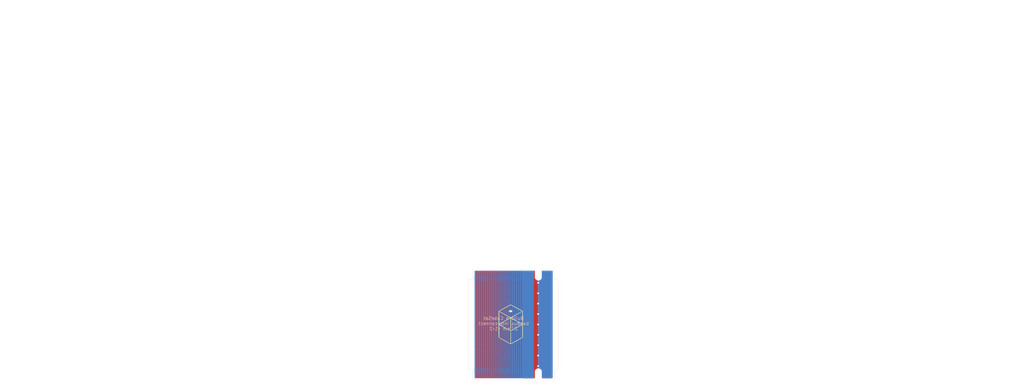
<source format=kicad_pcb>
(kicad_pcb (version 20240108) (generator "pcbnew") (generator_version "8.0")
  (title_block (title "bac bacBus Interconnect 27mm v1") (date "2024-10-06") (rev "2") (company "Build a CubeSat") (comment 1 "Manuel Imboden") (comment 2 "CC BY-SA 4.0") (comment 3 "https://buildacubesat.space") (comment 4 "27mm"))
  (layers (0 "F.Cu" signal) (31 "B.Cu" signal) (34 "B.Paste" user) (35 "F.Paste" user) (36 "B.SilkS" user "B.Silkscreen") (37 "F.SilkS" user "F.Silkscreen") (38 "B.Mask" user) (39 "F.Mask" user) (44 "Edge.Cuts" user))
  (net 0 "")
  (net 1 "GND")
  (net 2 "Net-(J1-Pin_41)")
  (net 3 "Net-(J1-Pin_29)")
  (net 4 "Net-(J1-Pin_37)")
  (net 5 "Net-(J1-Pin_43)")
  (net 6 "Net-(J1-Pin_42)")
  (net 7 "Net-(J1-Pin_31)")
  (net 8 "/+5V")
  (net 9 "Net-(J1-Pin_10)")
  (net 10 "/+3V3")
  (net 11 "Net-(J1-Pin_25)")
  (net 12 "Net-(J1-Pin_9)")
  (net 13 "Net-(J1-Pin_8)")
  (net 14 "Net-(J1-Pin_16)")
  (net 15 "Net-(J1-Pin_15)")
  (net 16 "Net-(J1-Pin_4)")
  (net 17 "Net-(J1-Pin_36)")
  (net 18 "Net-(J1-Pin_35)")
  (net 19 "Net-(J1-Pin_17)")
  (net 20 "Net-(J1-Pin_33)")
  (net 21 "Net-(J1-Pin_7)")
  (net 22 "Net-(J1-Pin_34)")
  (net 23 "Net-(J1-Pin_22)")
  (net 24 "Net-(J1-Pin_44)")
  (net 25 "Net-(J1-Pin_12)")
  (net 26 "Net-(J1-Pin_24)")
  (net 27 "Net-(J1-Pin_2)")
  (net 28 "Net-(J1-Pin_23)")
  (net 29 "Net-(J1-Pin_21)")
  (net 30 "Net-(J1-Pin_28)")
  (net 31 "Net-(J1-Pin_27)")
  (net 32 "Net-(J1-Pin_39)")
  (net 33 "Net-(J1-Pin_6)")
  (net 34 "Net-(J1-Pin_19)")
  (net 35 "Net-(J1-Pin_5)")
  (net 36 "Net-(J1-Pin_14)")
  (net 37 "Net-(J1-Pin_45)")
  (net 38 "Net-(J1-Pin_32)")
  (net 39 "Net-(J1-Pin_1)")
  (net 40 "Net-(J1-Pin_46)")
  (net 41 "Net-(J1-Pin_11)")
  (net 42 "Net-(J1-Pin_18)")
  (net 43 "Net-(J1-Pin_20)")
  (net 44 "Net-(J1-Pin_30)")
  (net 45 "Net-(J1-Pin_3)")
  (net 46 "Net-(J1-Pin_26)")
  (net 47 "Net-(J1-Pin_40)")
  (net 48 "Net-(J1-Pin_38)")
  (net 49 "Net-(J1-Pin_13)")
  (footprint "bac EPS v1:bac-M.2-Key-M-bacBus-Card-Edge-Zp" (layer "F.Cu") (at 150.354875 89.219554)
    (property "Reference" "J1" (hide yes))
    (property "Value" "bac M.2 Key-M Card Edge" (hide yes))
    (pad "1" smd rect (at -9.304757 -2.25) (size 0.35 2.5) (layers "B.Cu" "B.Mask") (net 39 "Net-(J1-Pin_1)"))
    (pad "2" smd rect (at -9.05 -2.25) (size 0.35 2.5) (layers "F.Cu" "F.Mask") (net 27 "Net-(J1-Pin_2)"))
    (pad "3" smd rect (at -8.804757 -2.25) (size 0.35 2.5) (layers "B.Cu" "B.Mask") (net 45 "Net-(J1-Pin_3)"))
    (pad "4" smd rect (at -8.55 -2.25) (size 0.35 2.5) (layers "F.Cu" "F.Mask") (net 16 "Net-(J1-Pin_4)"))
    (pad "5" smd rect (at -8.304757 -2.25) (size 0.35 2.5) (layers "B.Cu" "B.Mask") (net 35 "Net-(J1-Pin_5)"))
    (pad "6" smd rect (at -8.05 -2.25) (size 0.35 2.5) (layers "F.Cu" "F.Mask") (net 33 "Net-(J1-Pin_6)"))
    (pad "7" smd rect (at -7.804757 -2.25) (size 0.35 2.5) (layers "B.Cu" "B.Mask") (net 21 "Net-(J1-Pin_7)"))
    (pad "8" smd rect (at -7.55 -2.25) (size 0.35 2.5) (layers "F.Cu" "F.Mask") (net 13 "Net-(J1-Pin_8)"))
    (pad "9" smd rect (at -7.304757 -2.25) (size 0.35 2.5) (layers "B.Cu" "B.Mask") (net 12 "Net-(J1-Pin_9)"))
    (pad "10" smd rect (at -7.05 -2.25) (size 0.35 2.5) (layers "F.Cu" "F.Mask") (net 9 "Net-(J1-Pin_10)"))
    (pad "11" smd rect (at -6.804757 -2.25) (size 0.35 2.5) (layers "B.Cu" "B.Mask") (net 41 "Net-(J1-Pin_11)"))
    (pad "12" smd rect (at -6.55 -2.25) (size 0.35 2.5) (layers "F.Cu" "F.Mask") (net 25 "Net-(J1-Pin_12)"))
    (pad "13" smd rect (at -6.304757 -2.25) (size 0.35 2.5) (layers "B.Cu" "B.Mask") (net 49 "Net-(J1-Pin_13)"))
    (pad "14" smd rect (at -6.05 -2.25) (size 0.35 2.5) (layers "F.Cu" "F.Mask") (net 36 "Net-(J1-Pin_14)"))
    (pad "15" smd rect (at -5.804757 -2.25) (size 0.35 2.5) (layers "B.Cu" "B.Mask") (net 15 "Net-(J1-Pin_15)"))
    (pad "16" smd rect (at -5.55 -2.25) (size 0.35 2.5) (layers "F.Cu" "F.Mask") (net 14 "Net-(J1-Pin_16)"))
    (pad "17" smd rect (at -5.304757 -2.25) (size 0.35 2.5) (layers "B.Cu" "B.Mask") (net 19 "Net-(J1-Pin_17)"))
    (pad "18" smd rect (at -5.05 -2.25) (size 0.35 2.5) (layers "F.Cu" "F.Mask") (net 42 "Net-(J1-Pin_18)"))
    (pad "19" smd rect (at -4.804757 -2.25) (size 0.35 2.5) (layers "B.Cu" "B.Mask") (net 34 "Net-(J1-Pin_19)"))
    (pad "20" smd rect (at -4.55 -2.25) (size 0.35 2.5) (layers "F.Cu" "F.Mask") (net 43 "Net-(J1-Pin_20)"))
    (pad "21" smd rect (at -4.304757 -2.25) (size 0.35 2.5) (layers "B.Cu" "B.Mask") (net 29 "Net-(J1-Pin_21)"))
    (pad "22" smd rect (at -4.05 -2.25) (size 0.35 2.5) (layers "F.Cu" "F.Mask") (net 23 "Net-(J1-Pin_22)"))
    (pad "23" smd rect (at -3.804757 -2.25) (size 0.35 2.5) (layers "B.Cu" "B.Mask") (net 28 "Net-(J1-Pin_23)"))
    (pad "24" smd rect (at -3.55 -2.25) (size 0.35 2.5) (layers "F.Cu" "F.Mask") (net 26 "Net-(J1-Pin_24)"))
    (pad "25" smd rect (at -3.304757 -2.25) (size 0.35 2.5) (layers "B.Cu" "B.Mask") (net 11 "Net-(J1-Pin_25)"))
    (pad "26" smd rect (at -3.05 -2.25) (size 0.35 2.5) (layers "F.Cu" "F.Mask") (net 46 "Net-(J1-Pin_26)"))
    (pad "27" smd rect (at -2.804757 -2.25) (size 0.35 2.5) (layers "B.Cu" "B.Mask") (net 31 "Net-(J1-Pin_27)"))
    (pad "28" smd rect (at -2.55 -2.25) (size 0.35 2.5) (layers "F.Cu" "F.Mask") (net 30 "Net-(J1-Pin_28)"))
    (pad "29" smd rect (at -2.304757 -2.25) (size 0.35 2.5) (layers "B.Cu" "B.Mask") (net 3 "Net-(J1-Pin_29)"))
    (pad "30" smd rect (at -2.05 -2.25) (size 0.35 2.5) (layers "F.Cu" "F.Mask") (net 44 "Net-(J1-Pin_30)"))
    (pad "31" smd rect (at -1.804757 -2.25) (size 0.35 2.5) (layers "B.Cu" "B.Mask") (net 7 "Net-(J1-Pin_31)"))
    (pad "32" smd rect (at -1.55 -2.25) (size 0.35 2.5) (layers "F.Cu" "F.Mask") (net 38 "Net-(J1-Pin_32)"))
    (pad "33" smd rect (at -1.304757 -2.25) (size 0.35 2.5) (layers "B.Cu" "B.Mask") (net 20 "Net-(J1-Pin_33)"))
    (pad "34" smd rect (at -1.05 -2.25) (size 0.35 2.5) (layers "F.Cu" "F.Mask") (net 22 "Net-(J1-Pin_34)"))
    (pad "35" smd rect (at -0.804757 -2.25) (size 0.35 2.5) (layers "B.Cu" "B.Mask") (net 18 "Net-(J1-Pin_35)"))
    (pad "36" smd rect (at -0.55 -2.25) (size 0.35 2.5) (layers "F.Cu" "F.Mask") (net 17 "Net-(J1-Pin_36)"))
    (pad "37" smd rect (at -0.304757 -2.25) (size 0.35 2.5) (layers "B.Cu" "B.Mask") (net 4 "Net-(J1-Pin_37)"))
    (pad "38" smd rect (at -0.05 -2.25) (size 0.35 2.5) (layers "F.Cu" "F.Mask") (net 48 "Net-(J1-Pin_38)"))
    (pad "39" smd rect (at 0.195243 -2.25) (size 0.35 2.5) (layers "B.Cu" "B.Mask") (net 32 "Net-(J1-Pin_39)"))
    (pad "40" smd rect (at 0.45 -2.25) (size 0.35 2.5) (layers "F.Cu" "F.Mask") (net 47 "Net-(J1-Pin_40)"))
    (pad "41" smd rect (at 0.695243 -2.25) (size 0.35 2.5) (layers "B.Cu" "B.Mask") (net 2 "Net-(J1-Pin_41)"))
    (pad "42" smd rect (at 0.95 -2.25) (size 0.35 2.5) (layers "F.Cu" "F.Mask") (net 6 "Net-(J1-Pin_42)"))
    (pad "43" smd rect (at 1.195243 -2.25) (size 0.35 2.5) (layers "B.Cu" "B.Mask") (net 5 "Net-(J1-Pin_43)"))
    (pad "44" smd rect (at 1.45 -2.25) (size 0.35 2.5) (layers "F.Cu" "F.Mask") (net 24 "Net-(J1-Pin_44)"))
    (pad "45" smd rect (at 1.695243 -2.25) (size 0.35 2.5) (layers "B.Cu" "B.Mask") (net 37 "Net-(J1-Pin_45)"))
    (pad "46" smd rect (at 1.95 -2.25) (size 0.35 2.5) (layers "F.Cu" "F.Mask") (net 40 "Net-(J1-Pin_46)"))
    (pad "47" smd rect (at 2.195243 -2.25) (size 0.35 2.5) (layers "B.Cu" "B.Mask") (net 10 "/+3V3"))
    (pad "48" smd rect (at 2.45 -2.25) (size 0.35 2.5) (layers "F.Cu" "F.Mask") (net 1 "GND"))
    (pad "49" smd rect (at 2.695243 -2.25) (size 0.35 2.5) (layers "B.Cu" "B.Mask") (net 10 "/+3V3"))
    (pad "50" smd rect (at 2.95 -2.25) (size 0.35 2.5) (layers "F.Cu" "F.Mask") (net 1 "GND"))
    (pad "51" smd rect (at 3.195243 -2.25) (size 0.35 2.5) (layers "B.Cu" "B.Mask") (net 10 "/+3V3"))
    (pad "52" smd rect (at 3.45 -2.25) (size 0.35 2.5) (layers "F.Cu" "F.Mask") (net 1 "GND"))
    (pad "53" smd rect (at 3.695243 -2.25) (size 0.35 2.5) (layers "B.Cu" "B.Mask") (net 10 "/+3V3"))
    (pad "54" smd rect (at 3.95 -2.25) (size 0.35 2.5) (layers "F.Cu" "F.Mask") (net 1 "GND"))
    (pad "55" smd rect (at 4.195243 -2.25) (size 0.35 2.5) (layers "B.Cu" "B.Mask") (net 10 "/+3V3"))
    (pad "56" smd rect (at 4.45 -2.25) (size 0.35 2.5) (layers "F.Cu" "F.Mask") (net 1 "GND"))
    (pad "57" smd rect (at 4.695243 -2.25) (size 0.35 2.5) (layers "B.Cu" "B.Mask") (net 10 "/+3V3"))
    (pad "58" smd rect (at 4.95 -2.25) (size 0.35 2.5) (layers "F.Cu" "F.Mask") (net 1 "GND"))
    (pad "67" smd rect (at 7.195243 -2.25) (size 0.35 2.5) (layers "B.Cu" "B.Mask") (net 1 "GND"))
    (pad "68" smd rect (at 7.45 -2.25) (size 0.35 2.5) (layers "F.Cu" "F.Mask") (net 8 "/+5V"))
    (pad "69" smd rect (at 7.695243 -2.25) (size 0.35 2.5) (layers "B.Cu" "B.Mask") (net 1 "GND"))
    (pad "70" smd rect (at 7.95 -2.25) (size 0.35 2.5) (layers "F.Cu" "F.Mask") (net 8 "/+5V"))
    (pad "71" smd rect (at 8.195243 -2.25) (size 0.35 2.5) (layers "B.Cu" "B.Mask") (net 1 "GND"))
    (pad "72" smd rect (at 8.45 -2.25) (size 0.35 2.5) (layers "F.Cu" "F.Mask") (net 8 "/+5V"))
    (pad "73" smd rect (at 8.695243 -2.25) (size 0.35 2.5) (layers "B.Cu" "B.Mask") (net 1 "GND"))
    (pad "74" smd rect (at 8.95 -2.25) (size 0.35 2.5) (layers "F.Cu" "F.Mask") (net 8 "/+5V"))
    (pad "75" smd rect (at 9.2 -2.25) (size 0.35 2.5) (layers "B.Cu" "B.Mask") (net 1 "GND"))
  )
  (footprint "bac EPS v1:bac-M.2-Key-M-bacBus-Card-Edge-Zm" (layer "F.Cu") (at 150.150059 112.697277)
    (property "Reference" "J2" (hide yes))
    (property "Value" "bac M.2 Key-M Card Edge" (hide yes))
    (pad "1" smd rect (at -9.104757 -1.95 180) (size 0.35 2.5) (layers "B.Cu" "B.Mask") (net 39 "Net-(J1-Pin_1)"))
    (pad "2" smd rect (at -8.85 -1.95 180) (size 0.35 2.5) (layers "F.Cu" "F.Mask") (net 27 "Net-(J1-Pin_2)"))
    (pad "3" smd rect (at -8.604757 -1.95 180) (size 0.35 2.5) (layers "B.Cu" "B.Mask") (net 45 "Net-(J1-Pin_3)"))
    (pad "4" smd rect (at -8.35 -1.95 180) (size 0.35 2.5) (layers "F.Cu" "F.Mask") (net 16 "Net-(J1-Pin_4)"))
    (pad "5" smd rect (at -8.104757 -1.95 180) (size 0.35 2.5) (layers "B.Cu" "B.Mask") (net 35 "Net-(J1-Pin_5)"))
    (pad "6" smd rect (at -7.85 -1.95 180) (size 0.35 2.5) (layers "F.Cu" "F.Mask") (net 33 "Net-(J1-Pin_6)"))
    (pad "7" smd rect (at -7.604757 -1.95 180) (size 0.35 2.5) (layers "B.Cu" "B.Mask") (net 21 "Net-(J1-Pin_7)"))
    (pad "8" smd rect (at -7.35 -1.95 180) (size 0.35 2.5) (layers "F.Cu" "F.Mask") (net 13 "Net-(J1-Pin_8)"))
    (pad "9" smd rect (at -7.104757 -1.95 180) (size 0.35 2.5) (layers "B.Cu" "B.Mask") (net 12 "Net-(J1-Pin_9)"))
    (pad "10" smd rect (at -6.85 -1.95 180) (size 0.35 2.5) (layers "F.Cu" "F.Mask") (net 9 "Net-(J1-Pin_10)"))
    (pad "11" smd rect (at -6.604757 -1.95 180) (size 0.35 2.5) (layers "B.Cu" "B.Mask") (net 41 "Net-(J1-Pin_11)"))
    (pad "12" smd rect (at -6.35 -1.95 180) (size 0.35 2.5) (layers "F.Cu" "F.Mask") (net 25 "Net-(J1-Pin_12)"))
    (pad "13" smd rect (at -6.104757 -1.95 180) (size 0.35 2.5) (layers "B.Cu" "B.Mask") (net 49 "Net-(J1-Pin_13)"))
    (pad "14" smd rect (at -5.85 -1.95 180) (size 0.35 2.5) (layers "F.Cu" "F.Mask") (net 36 "Net-(J1-Pin_14)"))
    (pad "15" smd rect (at -5.604757 -1.95 180) (size 0.35 2.5) (layers "B.Cu" "B.Mask") (net 15 "Net-(J1-Pin_15)"))
    (pad "16" smd rect (at -5.35 -1.95 180) (size 0.35 2.5) (layers "F.Cu" "F.Mask") (net 14 "Net-(J1-Pin_16)"))
    (pad "17" smd rect (at -5.104757 -1.95 180) (size 0.35 2.5) (layers "B.Cu" "B.Mask") (net 19 "Net-(J1-Pin_17)"))
    (pad "18" smd rect (at -4.85 -1.95 180) (size 0.35 2.5) (layers "F.Cu" "F.Mask") (net 42 "Net-(J1-Pin_18)"))
    (pad "19" smd rect (at -4.604757 -1.95 180) (size 0.35 2.5) (layers "B.Cu" "B.Mask") (net 34 "Net-(J1-Pin_19)"))
    (pad "20" smd rect (at -4.35 -1.95 180) (size 0.35 2.5) (layers "F.Cu" "F.Mask") (net 43 "Net-(J1-Pin_20)"))
    (pad "21" smd rect (at -4.104757 -1.95 180) (size 0.35 2.5) (layers "B.Cu" "B.Mask") (net 29 "Net-(J1-Pin_21)"))
    (pad "22" smd rect (at -3.85 -1.95 180) (size 0.35 2.5) (layers "F.Cu" "F.Mask") (net 23 "Net-(J1-Pin_22)"))
    (pad "23" smd rect (at -3.604757 -1.95 180) (size 0.35 2.5) (layers "B.Cu" "B.Mask") (net 28 "Net-(J1-Pin_23)"))
    (pad "24" smd rect (at -3.35 -1.95 180) (size 0.35 2.5) (layers "F.Cu" "F.Mask") (net 26 "Net-(J1-Pin_24)"))
    (pad "25" smd rect (at -3.104757 -1.95 180) (size 0.35 2.5) (layers "B.Cu" "B.Mask") (net 11 "Net-(J1-Pin_25)"))
    (pad "26" smd rect (at -2.85 -1.95 180) (size 0.35 2.5) (layers "F.Cu" "F.Mask") (net 46 "Net-(J1-Pin_26)"))
    (pad "27" smd rect (at -2.604757 -1.95 180) (size 0.35 2.5) (layers "B.Cu" "B.Mask") (net 31 "Net-(J1-Pin_27)"))
    (pad "28" smd rect (at -2.35 -1.95 180) (size 0.35 2.5) (layers "F.Cu" "F.Mask") (net 30 "Net-(J1-Pin_28)"))
    (pad "29" smd rect (at -2.104757 -1.95 180) (size 0.35 2.5) (layers "B.Cu" "B.Mask") (net 3 "Net-(J1-Pin_29)"))
    (pad "30" smd rect (at -1.85 -1.95 180) (size 0.35 2.5) (layers "F.Cu" "F.Mask") (net 44 "Net-(J1-Pin_30)"))
    (pad "31" smd rect (at -1.604757 -1.95 180) (size 0.35 2.5) (layers "B.Cu" "B.Mask") (net 7 "Net-(J1-Pin_31)"))
    (pad "32" smd rect (at -1.35 -1.95 180) (size 0.35 2.5) (layers "F.Cu" "F.Mask") (net 38 "Net-(J1-Pin_32)"))
    (pad "33" smd rect (at -1.104757 -1.95 180) (size 0.35 2.5) (layers "B.Cu" "B.Mask") (net 20 "Net-(J1-Pin_33)"))
    (pad "34" smd rect (at -0.85 -1.95 180) (size 0.35 2.5) (layers "F.Cu" "F.Mask") (net 22 "Net-(J1-Pin_34)"))
    (pad "35" smd rect (at -0.604757 -1.95 180) (size 0.35 2.5) (layers "B.Cu" "B.Mask") (net 18 "Net-(J1-Pin_35)"))
    (pad "36" smd rect (at -0.35 -1.95 180) (size 0.35 2.5) (layers "F.Cu" "F.Mask") (net 17 "Net-(J1-Pin_36)"))
    (pad "37" smd rect (at -0.104757 -1.95 180) (size 0.35 2.5) (layers "B.Cu" "B.Mask") (net 4 "Net-(J1-Pin_37)"))
    (pad "38" smd rect (at 0.15 -1.95 180) (size 0.35 2.5) (layers "F.Cu" "F.Mask") (net 48 "Net-(J1-Pin_38)"))
    (pad "39" smd rect (at 0.395243 -1.95 180) (size 0.35 2.5) (layers "B.Cu" "B.Mask") (net 32 "Net-(J1-Pin_39)"))
    (pad "40" smd rect (at 0.65 -1.95 180) (size 0.35 2.5) (layers "F.Cu" "F.Mask") (net 47 "Net-(J1-Pin_40)"))
    (pad "41" smd rect (at 0.895243 -1.95 180) (size 0.35 2.5) (layers "B.Cu" "B.Mask") (net 2 "Net-(J1-Pin_41)"))
    (pad "42" smd rect (at 1.15 -1.95 180) (size 0.35 2.5) (layers "F.Cu" "F.Mask") (net 6 "Net-(J1-Pin_42)"))
    (pad "43" smd rect (at 1.395243 -1.95 180) (size 0.35 2.5) (layers "B.Cu" "B.Mask") (net 5 "Net-(J1-Pin_43)"))
    (pad "44" smd rect (at 1.65 -1.95 180) (size 0.35 2.5) (layers "F.Cu" "F.Mask") (net 24 "Net-(J1-Pin_44)"))
    (pad "45" smd rect (at 1.895243 -1.95 180) (size 0.35 2.5) (layers "B.Cu" "B.Mask") (net 37 "Net-(J1-Pin_45)"))
    (pad "46" smd rect (at 2.15 -1.95 180) (size 0.35 2.5) (layers "F.Cu" "F.Mask") (net 40 "Net-(J1-Pin_46)"))
    (pad "47" smd rect (at 2.395243 -1.95 180) (size 0.35 2.5) (layers "B.Cu" "B.Mask") (net 10 "/+3V3"))
    (pad "48" smd rect (at 2.65 -1.95 180) (size 0.35 2.5) (layers "F.Cu" "F.Mask") (net 1 "GND"))
    (pad "49" smd rect (at 2.895243 -1.95 180) (size 0.35 2.5) (layers "B.Cu" "B.Mask") (net 10 "/+3V3"))
    (pad "50" smd rect (at 3.15 -1.95 180) (size 0.35 2.5) (layers "F.Cu" "F.Mask") (net 1 "GND"))
    (pad "51" smd rect (at 3.395243 -1.95 180) (size 0.35 2.5) (layers "B.Cu" "B.Mask") (net 10 "/+3V3"))
    (pad "52" smd rect (at 3.65 -1.95 180) (size 0.35 2.5) (layers "F.Cu" "F.Mask") (net 1 "GND"))
    (pad "53" smd rect (at 3.895243 -1.95 180) (size 0.35 2.5) (layers "B.Cu" "B.Mask") (net 10 "/+3V3"))
    (pad "54" smd rect (at 4.15 -1.95 180) (size 0.35 2.5) (layers "F.Cu" "F.Mask") (net 1 "GND"))
    (pad "55" smd rect (at 4.395243 -1.95 180) (size 0.35 2.5) (layers "B.Cu" "B.Mask") (net 10 "/+3V3"))
    (pad "56" smd rect (at 4.65 -1.95 180) (size 0.35 2.5) (layers "F.Cu" "F.Mask") (net 1 "GND"))
    (pad "57" smd rect (at 4.895243 -1.95 180) (size 0.35 2.5) (layers "B.Cu" "B.Mask") (net 10 "/+3V3"))
    (pad "58" smd rect (at 5.15 -1.95 180) (size 0.35 2.5) (layers "F.Cu" "F.Mask") (net 1 "GND"))
    (pad "67" smd rect (at 7.395243 -1.95 180) (size 0.35 2.5) (layers "B.Cu" "B.Mask") (net 1 "GND"))
    (pad "68" smd rect (at 7.65 -1.95 180) (size 0.35 2.5) (layers "F.Cu" "F.Mask") (net 8 "/+5V"))
    (pad "69" smd rect (at 7.895243 -1.95 180) (size 0.35 2.5) (layers "B.Cu" "B.Mask") (net 1 "GND"))
    (pad "70" smd rect (at 8.15 -1.95 180) (size 0.35 2.5) (layers "F.Cu" "F.Mask") (net 8 "/+5V"))
    (pad "71" smd rect (at 8.395243 -1.95 180) (size 0.35 2.5) (layers "B.Cu" "B.Mask") (net 1 "GND"))
    (pad "72" smd rect (at 8.65 -1.95 180) (size 0.35 2.5) (layers "F.Cu" "F.Mask") (net 8 "/+5V"))
    (pad "73" smd rect (at 8.895243 -1.95 180) (size 0.35 2.5) (layers "B.Cu" "B.Mask") (net 1 "GND"))
    (pad "74" smd rect (at 9.15 -1.95 180) (size 0.35 2.5) (layers "F.Cu" "F.Mask") (net 8 "/+5V"))
    (pad "75" smd rect (at 9.4 -1.95 180) (size 0.35 2.5) (layers "B.Cu" "B.Mask") (net 1 "GND"))
  )
  (footprint "bac EPS v1:bac-logo-silkscreen-10mm" (layer "F.Cu") (at 149.700059 98.797277)
    (property "Reference" "G***" (hide yes))
    (property "Value" "LOGO" (hide yes))
    (fp_poly (pts (xy 0.104629 -3.433535) (xy 0.247587 -3.3864) (xy 0.282591 -3.364288) (xy 0.368257 -3.264927) (xy 0.385573 -3.155463) (xy 0.334314 -3.050569) (xy 0.288032 -3.00818) (xy 0.162874 -2.950084) (xy 0.002159 -2.921681) (xy -0.16106 -2.925964) (xy -0.276101 -2.957095) (xy -0.406526 -3.040834) (xy -0.468708 -3.13807) (xy -0.461196 -3.241423) (xy -0.382538 -3.34351) (xy -0.356213 -3.364567) (xy -0.227256 -3.422632) (xy -0.063647 -3.445617)) (fill solid) (layer "F.SilkS"))
    (fp_poly (pts (xy -0.004538 1.737519) (xy 0.006841 1.763915) (xy 0.015967 1.815747) (xy 0.02308 1.899429) (xy 0.028416 2.021374) (xy 0.032213 2.187995) (xy 0.034709 2.405706) (xy 0.03614 2.68092) (xy 0.036745 3.020051) (xy 0.036812 3.221015) (xy 0.036539 3.595441) (xy 0.035561 3.902659) (xy 0.033641 4.149082) (xy 0.030542 4.341123) (xy 0.026026 4.485197) (xy 0.019855 4.587716) (xy 0.011791 4.655093) (xy 0.001598 4.693743) (xy -0.010962 4.710079) (xy -0.018405 4.711884) (xy -0.032273 4.704511) (xy -0.043652 4.678115) (xy -0.052778 4.626282) (xy -0.059891 4.542601) (xy -0.065227 4.420656) (xy -0.069024 4.254035) (xy -0.07152 4.036324) (xy -0.072951 3.76111) (xy -0.073556 3.421979) (xy -0.073623 3.221015) (xy -0.07335 2.846589) (xy -0.072372 2.539371) (xy -0.070452 2.292948) (xy -0.067353 2.100906) (xy -0.062837 1.956833) (xy -0.056665 1.854314) (xy -0.048602 1.786936) (xy -0.038409 1.748286) (xy -0.025849 1.731951) (xy -0.018405 1.730145)) (fill solid) (layer "F.SilkS"))
    (fp_poly (pts (xy 0.019223 -4.779189) (xy 0.123791 -4.730485) (xy 0.276085 -4.654574) (xy 0.46789 -4.555912) (xy 0.690993 -4.438956) (xy 0.93718 -4.308166) (xy 1.198238 -4.167997) (xy 1.465954 -4.022906) (xy 1.732112 -3.877353) (xy 1.988501 -3.735793) (xy 2.226905 -3.602683) (xy 2.439112 -3.482482) (xy 2.616908 -3.379647) (xy 2.752079 -3.298635) (xy 2.836412 -3.243903) (xy 2.850317 -3.233478) (xy 2.863781 -3.221732) (xy 2.875574 -3.206375) (xy 2.885821 -3.182698) (xy 2.894648 -3.14599) (xy 2.902184 -3.091543) (xy 2.908553 -3.014647) (xy 2.913883 -2.910592) (xy 2.918301 -2.774667) (xy 2.921931 -2.602164) (xy 2.924902 -2.388373) (xy 2.92734 -2.128584) (xy 2.92937 -1.818087) (xy 2.931121 -1.452173) (xy 2.932718 -1.026132) (xy 2.934287 -0.535254) (xy 2.935721 -0.054402) (xy 2.936776 0.420842) (xy 2.937115 0.876688) (xy 2.936772 1.307515) (xy 2.935783 1.707705) (xy 2.934183 2.071639) (xy 2.932008 2.393697) (xy 2.929294 2.66826) (xy 2.926075 2.889709) (xy 2.922387 3.052425) (xy 2.918265 3.150789) (xy 2.915371 3.17755) (xy 2.903968 3.20753) (xy 2.881588 3.239543) (xy 2.84253 3.277172) (xy 2.781093 3.323999) (xy 2.691576 3.383608) (xy 2.568278 3.459583) (xy 2.405498 3.555505) (xy 2.197534 3.674958) (xy 1.938686 3.821526) (xy 1.623252 3.998791) (xy 1.488925 4.074072) (xy 1.094877 4.293493) (xy 0.762474 4.475725) (xy 0.490267 4.621519) (xy 0.276807 4.731627) (xy 0.120646 4.806802) (xy 0.020334 4.847796) (xy -0.018405 4.85657) (xy -0.079966 4.839705) (xy -0.197515 4.788667) (xy -0.372324 4.702801) (xy -0.60566 4.581453) (xy -0.898795 4.423967) (xy -1.252998 4.229688) (xy -1.509275 4.087436) (xy -1.902273 3.866997) (xy -2.233045 3.678307) (xy -2.500995 3.52172) (xy -2.705531 3.397594) (xy -2.846059 3.306283) (xy -2.921985 3.248143) (xy -2.934947 3.232842) (xy -2.94338 3.200192) (xy -2.950794 3.133602) (xy -2.957242 3.029342) (xy -2.962777 2.883678) (xy -2.967453 2.692879) (xy -2.97132 2.453213) (xy -2.974434 2.160949) (xy -2.976846 1.812353) (xy -2.978609 1.403694) (xy -2.979776 0.93124) (xy -2.9804 0.391259) (xy -2.980491 0.14074) (xy -2.835305 0.14074) (xy -2.825696 1.680877) (xy -2.816087 3.221015) (xy -1.454058 3.98257) (xy -1.134001 4.160292) (xy -0.843 4.31944) (xy -0.586663 4.457085) (xy -0.370598 4.570297) (xy -0.200415 4.656144) (xy -0.081721 4.711699) (xy -0.020126 4.734029) (xy -0.015221 4.73426) (xy 0.032645 4.71477) (xy 0.137647 4.663169) (xy 0.292642 4.583245) (xy 0.490487 4.478785) (xy 0.72404 4.353577) (xy 0.986156 4.211409) (xy 1.269695 4.056067) (xy 1.414609 3.976109) (xy 1.703835 3.81542) (xy 1.972636 3.664668) (xy 2.214234 3.527757) (xy 2.42185 3.408595) (xy 2.588705 3.311086) (xy 2.708021 3.239137) (xy 2.773019 3.196654) (xy 2.783077 3.187571) (xy 2.7862 3.143104) (xy 2.788645 3.033025) (xy 2.790384 2.865345) (xy 2.791386 2.648072) (xy 2.79162 2.389215) (xy 2.791056 2.096785) (xy 2.789664 1.77879) (xy 2.788899 1.651002) (xy 2.779276 0.154685) (xy 1.42063 0.910205) (xy 1.128587 1.071531) (xy 0.85414 1.221079) (xy 0.604436 1.355103) (xy 0.386622 1.46986) (xy 0.207847 1.561605) (xy 0.075256 1.626595) (xy -0.004002 1.661085) (xy -0.021607 1.665725) (xy -0.066816 1.648554) (xy -0.168095 1.600005) (xy -0.317196 1.524528) (xy -0.505868 1.426571) (xy -0.725863 1.310582) (xy -0.968932 1.181011) (xy -1.226827 1.042306) (xy -1.491298 0.898915) (xy -1.754097 0.755287) (xy -2.006974 0.615871) (xy -2.241681 0.485115) (xy -2.449969 0.367467) (xy -2.623588 0.267378) (xy -2.715261 0.213048) (xy -2.835305 0.14074) (xy -2.980491 0.14074) (xy -2.98052 0.061477) (xy -2.753272 0.061477) (xy -2.74416 0.072219) (xy -2.728565 0.073624) (xy -2.690436 0.090997) (xy -2.595011 0.140605) (xy -2.449215 0.218679) (xy -2.259972 0.32145) (xy -2.034206 0.44515) (xy -1.778842 0.58601) (xy -1.500803 0.740262) (xy -1.375844 0.809855) (xy -1.090157 0.968717) (xy -0.824146 1.115808) (xy -0.584737 1.24736) (xy -0.378859 1.359605) (xy -0.213437 1.448773) (xy -0.095399 1.511095) (xy -0.031671 1.542804) (xy -0.022689 1.546087) (xy 0.015624 1.52878) (xy 0.111227 1.479383) (xy 0.257118 1.401687) (xy 0.446299 1.299481) (xy 0.671768 1.176553) (xy 0.926526 1.036692) (xy 1.203573 0.883689) (xy 1.308708 0.825404) (xy 1.593611 0.667024) (xy 1.859727 0.518562) (xy 2.099859 0.38407) (xy 2.306809 0.267605) (xy 2.473379 0.17322) (xy 2.59237 0.104972) (xy 2.656584 0.066914) (xy 2.664672 0.061563) (xy 2.669771 0.045575) (xy 2.650282 0.019258) (xy 2.60121 -0.020451) (xy 2.51756 -0.076616) (xy 2.394338 -0.152299) (xy 2.226549 -0.250565) (xy 2.009198 -0.374475) (xy 1.737289 -0.527094) (xy 1.40583 -0.711485) (xy 1.388598 -0.721043) (xy 0.055218 -1.460491) (xy 0.045597 0.005986) (xy 0.042859 0.377898) (xy 0.039805 0.682596) (xy 0.036156 0.926487) (xy 0.031633 1.11598) (xy 0.025955 1.257484) (xy 0.018843 1.357407) (xy 0.010018 1.422158) (xy -0.0008 1.458144) (xy -0.013892 1.471776) (xy -0.018405 1.472464) (xy -0.032238 1.464409) (xy -0.043716 1.435974) (xy -0.053119 1.380758) (xy -0.060724 1.292357) (xy -0.066812 1.164369) (xy -0.07166 0.99039) (xy -0.075549 0.764019) (xy -0.078756 0.478852) (xy -0.081561 0.128487) (xy -0.082408 0.003258) (xy -0.092029 -1.465947) (xy -1.425872 -0.723771) (xy -1.770377 -0.531647) (xy -2.054765 -0.371939) (xy -2.283583 -0.241861) (xy -2.461378 -0.138632) (xy -2.592697 -0.059466) (xy -2.682088 -0.001582) (xy -2.734097 0.037805) (xy -2.753272 0.061477) (xy -2.98052 0.061477) (xy -2.980538 0.012759) (xy -2.980527 -0.541662) (xy -2.980297 -1.027149) (xy -2.979757 -1.448395) (xy -2.979363 -1.59931) (xy -2.834492 -1.59931) (xy -2.834492 -0.078649) (xy -1.518478 -0.81242) (xy -1.234044 -0.971562) (xy -0.970365 -1.120154) (xy -0.734238 -1.254286) (xy -0.532459 -1.370049) (xy -0.371827 -1.463533) (xy -0.259139 -1.530828) (xy -0.201192 -1.568025) (xy -0.194808 -1.573747) (xy -0.224299 -1.596864) (xy -0.311685 -1.651313) (xy -0.450207 -1.733212) (xy -0.633107 -1.838678) (xy -0.853626 -1.963825) (xy -1.105004 -2.104772) (xy -1.380484 -2.257634) (xy -1.492065 -2.31913) (xy -1.844164 -2.5138) (xy -2.134664 -2.676777) (xy -2.367239 -2.810428) (xy -2.54556 -2.917118) (xy -2.673301 -2.999214) (xy -2.754135 -3.059082) (xy -2.791734 -3.099086) (xy -2.789772 -3.121594) (xy -2.751921 -3.128971) (xy -2.749308 -3.128985) (xy -2.707641 -3.111568) (xy -2.608834 -3.061839) (xy -2.459918 -2.983581) (xy -2.267921 -2.880577) (xy -2.039872 -2.75661) (xy -1.7828 -2.615463) (xy -1.503735 -2.460918) (xy -1.381352 -2.392753) (xy -1.095527 -2.233795) (xy -0.829128 -2.086624) (xy -0.589122 -1.955016) (xy -0.382476 -1.842748) (xy -0.216156 -1.753595) (xy -0.097131 -1.691333) (xy -0.032366 -1.659738) (xy -0.022972 -1.656521) (xy 0.016613 -1.673836) (xy 0.113528 -1.723282) (xy 0.260812 -1.801108) (xy 0.451508 -1.903566) (xy 0.678655 -2.026907) (xy 0.935295 -2.167382) (xy 1.214468 -2.321241) (xy 1.343624 -2.392753) (xy 1.630932 -2.551435) (xy 1.899159 -2.698379) (xy 2.141287 -2.829829) (xy 2.350299 -2.942029) (xy 2.519177 -3.031224) (xy 2.640905 -3.093659) (xy 2.708466 -3.125577) (xy 2.719213 -3.128985) (xy 2.752239 -3.122867) (xy 2.753081 -3.102833) (xy 2.717782 -3.066365) (xy 2.642384 -3.010945) (xy 2.522928 -2.934054) (xy 2.355457 -2.833174) (xy 2.136013 -2.705787) (xy 1.860638 -2.549374) (xy 1.525374 -2.361417) (xy 1.424435 -2.305136) (xy 0.110699 -1.573315) (xy 1.444987 -0.830091) (xy 2.779276 -0.086866) (xy 2.788893 -1.596993) (xy 2.79091 -1.989163) (xy 2.79142 -2.313355) (xy 2.790291 -2.575201) (xy 2.787387 -2.780334) (xy 2.782576 -2.934386) (xy 2.775725 -3.04299) (xy 2.766699 -3.111777) (xy 2.755366 -3.14638) (xy 2.752081 -3.15042) (xy 2.705367 -3.181933) (xy 2.603341 -3.243026) (xy 2.454238 -3.329176) (xy 2.266295 -3.435858) (xy 2.047747 -3.558548) (xy 1.806829 -3.69272) (xy 1.551777 -3.833852) (xy 1.290827 -3.977418) (xy 1.032214 -4.118894) (xy 0.784174 -4.253755) (xy 0.554942 -4.377477) (xy 0.352753 -4.485536) (xy 0.185844 -4.573407) (xy 0.06245 -4.636565) (xy -0.009194 -4.670487) (xy -0.023149 -4.675072) (xy -0.063844 -4.657834) (xy -0.160549 -4.60913) (xy -0.30504 -4.533475) (xy -0.489096 -4.435385) (xy -0.704493 -4.319376) (xy -0.943009 -4.189962) (xy -1.196422 -4.051659) (xy -1.456509 -3.908983) (xy -1.715047 -3.766449) (xy -1.963814 -3.628572) (xy -2.194588 -3.499869) (xy -2.399145 -3.384853) (xy -2.569264 -3.288041) (xy -2.696722 -3.213949) (xy -2.773296 -3.167091) (xy -2.788478 -3.156482) (xy -2.800431 -3.130415) (xy -2.810293 -3.069331) (xy -2.818224 -2.967835) (xy -2.824382 -2.820533) (xy -2.828927 -2.622029) (xy -2.832019 -2.36693) (xy -2.833817 -2.04984) (xy -2.834481 -1.665364) (xy -2.834492 -1.59931) (xy -2.979363 -1.59931) (xy -2.978812 -1.81009) (xy -2.97737 -2.116924) (xy -2.975338 -2.373587) (xy -2.972623 -2.584771) (xy -2.969132 -2.755167) (xy -2.964772 -2.889463) (xy -2.95945 -2.992352) (xy -2.953073 -3.068524) (xy -2.945548 -3.122669) (xy -2.936782 -3.159477) (xy -2.926683 -3.183641) (xy -2.916895 -3.197841) (xy -2.867211 -3.236586) (xy -2.76159 -3.304746) (xy -2.608277 -3.397758) (xy -2.415517 -3.511058) (xy -2.191552 -3.640082) (xy -1.944627 -3.780267) (xy -1.682985 -3.92705) (xy -1.41487 -4.075868) (xy -1.148527 -4.222156) (xy -0.892199 -4.361351) (xy -0.654129 -4.488891) (xy -0.442563 -4.600211) (xy -0.265743 -4.690747) (xy -0.131914 -4.755938) (xy -0.049319 -4.791219) (xy -0.029406 -4.796229)) (fill solid) (layer "F.SilkS"))
  )
  (gr_arc (start 160.250118 110.347277) (mid 160.396606 109.993789) (end 160.750118 109.847277) (stroke (width 0.05)) (layer "Edge.Cuts"))
  (gr_line (start 155.825059 110.447277) (end 155.825118 112.108277) (stroke (width 0.05)) (layer "Edge.Cuts"))
  (gr_arc (start 161.300118 109.597277) (mid 161.226912 109.77409) (end 161.050118 109.847277) (stroke (width 0.05)) (layer "Edge.Cuts"))
  (gr_arc (start 155.825059 110.447277) (mid 156.000836 110.023078) (end 156.425059 109.847277) (stroke (width 0.05)) (layer "Edge.Cuts"))
  (gr_line (start 155.575118 85.358554) (end 140.625118 85.358554) (stroke (width 0.05)) (layer "Edge.Cuts"))
  (gr_arc (start 139.275118 88.122277) (mid 139.348374 87.945515) (end 139.525118 87.872277) (stroke (width 0.05)) (layer "Edge.Cuts"))
  (gr_line (start 155.575118 112.358277) (end 140.625118 112.358277) (stroke (width 0.05)) (layer "Edge.Cuts"))
  (gr_line (start 139.875118 87.872277) (end 139.525118 87.872277) (stroke (width 0.05)) (layer "Edge.Cuts"))
  (gr_line (start 160.000118 85.358554) (end 157.275118 85.358554) (stroke (width 0.05)) (layer "Edge.Cuts"))
  (gr_line (start 139.875118 109.847277) (end 139.525118 109.847277) (stroke (width 0.05)) (layer "Edge.Cuts"))
  (gr_arc (start 160.750118 87.872277) (mid 160.39659 87.725806) (end 160.250118 87.372277) (stroke (width 0.05)) (layer "Edge.Cuts"))
  (gr_line (start 160.250118 85.608554) (end 160.000118 85.358554) (stroke (width 0.05)) (layer "Edge.Cuts"))
  (gr_line (start 157.025118 112.108277) (end 157.275118 112.358277) (stroke (width 0.05)) (layer "Edge.Cuts"))
  (gr_line (start 155.825118 87.273013) (end 155.825118 85.608554) (stroke (width 0.05)) (layer "Edge.Cuts"))
  (gr_arc (start 156.425059 109.847277) (mid 156.849358 110.022997) (end 157.025059 110.447277) (stroke (width 0.05)) (layer "Edge.Cuts"))
  (gr_line (start 155.575118 85.358554) (end 155.825118 85.608554) (stroke (width 0.05)) (layer "Edge.Cuts"))
  (gr_arc (start 156.425118 87.873013) (mid 156.000873 87.697278) (end 155.825118 87.273013) (stroke (width 0.05)) (layer "Edge.Cuts"))
  (gr_line (start 140.625118 112.358277) (end 140.375118 112.108277) (stroke (width 0.05)) (layer "Edge.Cuts"))
  (gr_line (start 157.275118 112.358277) (end 160.000118 112.358277) (stroke (width 0.05)) (layer "Edge.Cuts"))
  (gr_line (start 139.275118 109.597277) (end 139.275118 88.122277) (stroke (width 0.05)) (layer "Edge.Cuts"))
  (gr_line (start 155.575118 112.358277) (end 155.825118 112.108277) (stroke (width 0.05)) (layer "Edge.Cuts"))
  (gr_line (start 160.250118 87.372277) (end 160.250118 85.608554) (stroke (width 0.05)) (layer "Edge.Cuts"))
  (gr_arc (start 140.375118 87.372277) (mid 140.228675 87.725816) (end 139.875118 87.872277) (stroke (width 0.05)) (layer "Edge.Cuts"))
  (gr_line (start 161.050118 87.872277) (end 160.750118 87.872277) (stroke (width 0.05)) (layer "Edge.Cuts"))
  (gr_line (start 157.025118 87.273013) (end 157.025118 85.608554) (stroke (width 0.05)) (layer "Edge.Cuts"))
  (gr_arc (start 139.875118 109.847277) (mid 140.228706 109.993708) (end 140.375118 110.347277) (stroke (width 0.05)) (layer "Edge.Cuts"))
  (gr_line (start 140.375118 87.372277) (end 140.375118 85.608554) (stroke (width 0.05)) (layer "Edge.Cuts"))
  (gr_arc (start 161.050118 87.872277) (mid 161.226891 87.945505) (end 161.300118 88.122277) (stroke (width 0.05)) (layer "Edge.Cuts"))
  (gr_line (start 140.625118 85.358554) (end 140.375118 85.608554) (stroke (width 0.05)) (layer "Edge.Cuts"))
  (gr_line (start 140.375118 110.347277) (end 140.375118 112.108277) (stroke (width 0.05)) (layer "Edge.Cuts"))
  (gr_line (start 157.025059 110.447277) (end 157.025118 112.108277) (stroke (width 0.05)) (layer "Edge.Cuts"))
  (gr_arc (start 139.525118 109.847277) (mid 139.348346 109.774057) (end 139.275118 109.597277) (stroke (width 0.05)) (layer "Edge.Cuts"))
  (gr_line (start 161.050118 109.847277) (end 160.750118 109.847277) (stroke (width 0.05)) (layer "Edge.Cuts"))
  (gr_line (start 157.025118 85.608554) (end 157.275118 85.358554) (stroke (width 0.05)) (layer "Edge.Cuts"))
  (gr_line (start 160.000118 112.358277) (end 160.250118 112.108277) (stroke (width 0.05)) (layer "Edge.Cuts"))
  (gr_line (start 160.250118 110.347277) (end 160.250118 112.108277) (stroke (width 0.05)) (layer "Edge.Cuts"))
  (gr_line (start 161.300118 109.597277) (end 161.300118 88.122277) (stroke (width 0.05)) (layer "Edge.Cuts"))
  (gr_arc (start 157.025118 87.273013) (mid 156.849379 87.697275) (end 156.425118 87.873013) (stroke (width 0.05)) (layer "Edge.Cuts"))
  (gr_text "Build a CubeSat\nbacBus Interconnect\n${COMMENT4} v1r${REVISION}" (at 147.950059 98.622277 0) (layer "B.SilkS") (effects (font (size 0.8 0.8) (thickness 0.1)) (justify mirror)))
  (via (at 156.400059 101.399777) (size 0.8) (drill 0.4) (layers "F.Cu" "B.Cu") (net 1))
  (via (at 156.400059 96.319777) (size 0.8) (drill 0.4) (layers "F.Cu" "B.Cu") (net 1))
  (via (at 156.400059 88.699777) (size 0.8) (drill 0.4) (layers "F.Cu" "B.Cu") (net 1))
  (via (at 156.400059 106.479777) (size 0.8) (drill 0.4) (layers "F.Cu" "B.Cu") (net 1))
  (via (at 156.400059 103.939777) (size 0.8) (drill 0.4) (layers "F.Cu" "B.Cu") (net 1))
  (via (at 156.400059 91.239777) (size 0.8) (drill 0.4) (layers "F.Cu" "B.Cu") (net 1))
  (via (at 156.400059 93.779777) (size 0.8) (drill 0.4) (layers "F.Cu" "B.Cu") (net 1))
  (via (at 156.400059 109.019777) (size 0.8) (drill 0.4) (layers "F.Cu" "B.Cu") (net 1))
  (via (at 156.400059 98.859777) (size 0.8) (drill 0.4) (layers "F.Cu" "B.Cu") (net 1))
  (segment (start 151.050118 86.969554) (end 151.050118 108.783004) (width 0.35) (layer "B.Cu") (net 2))
  (segment (start 151.050118 108.783004) (end 151.045302 108.78782) (width 0.35) (layer "B.Cu") (net 2))
  (segment (start 151.045302 108.78782) (end 151.045302 110.747277) (width 0.35) (layer "B.Cu") (net 2))
  (segment (start 148.050118 86.969554) (end 148.050118 107.540362) (width 0.35) (layer "B.Cu") (net 3))
  (segment (start 148.045302 107.545178) (end 148.045302 110.747277) (width 0.35) (layer "B.Cu") (net 3))
  (segment (start 148.050118 107.540362) (end 148.045302 107.545178) (width 0.35) (layer "B.Cu") (net 3))
  (segment (start 150.050118 86.969554) (end 150.050118 108.36879) (width 0.35) (layer "B.Cu") (net 4))
  (segment (start 150.045302 108.373606) (end 150.045302 110.747277) (width 0.35) (layer "B.Cu") (net 4))
  (segment (start 150.050118 108.36879) (end 150.045302 108.373606) (width 0.35) (layer "B.Cu") (net 4))
  (segment (start 151.550118 86.969554) (end 151.550118 108.990111) (width 0.35) (layer "B.Cu") (net 5))
  (segment (start 151.545302 108.994927) (end 151.545302 110.747277) (width 0.35) (layer "B.Cu") (net 5))
  (segment (start 151.550118 108.990111) (end 151.545302 108.994927) (width 0.35) (layer "B.Cu") (net 5))
  (segment (start 151.304875 86.969554) (end 151.304875 108.753247) (width 0.35) (layer "F.Cu") (net 6))
  (segment (start 151.300059 108.758063) (end 151.300059 110.747277) (width 0.35) (layer "F.Cu") (net 6))
  (segment (start 151.304875 108.753247) (end 151.300059 108.758063) (width 0.35) (layer "F.Cu") (net 6))
  (segment (start 148.550118 107.747469) (end 148.545302 107.752285) (width 0.35) (layer "B.Cu") (net 7))
  (segment (start 148.550118 86.969554) (end 148.550118 107.747469) (width 0.35) (layer "B.Cu") (net 7))
  (segment (start 148.545302 107.752285) (end 148.545302 110.747277) (width 0.35) (layer "B.Cu") (net 7))
  (segment (start 143.304875 86.969554) (end 143.304875 105.439535) (width 0.35) (layer "F.Cu") (net 9))
  (segment (start 143.304875 105.439535) (end 143.300059 105.444351) (width 0.35) (layer "F.Cu") (net 9))
  (segment (start 143.300059 105.444351) (end 143.300059 110.747277) (width 0.35) (layer "F.Cu") (net 9))
  (segment (start 147.045302 110.747277) (end 147.045302 107.130965) (width 0.35) (layer "B.Cu") (net 11))
  (segment (start 147.045302 107.130965) (end 147.050118 107.126149) (width 0.35) (layer "B.Cu") (net 11))
  (segment (start 147.050118 107.126149) (end 147.050118 86.969554) (width 0.35) (layer "B.Cu") (net 11))
  (segment (start 143.050118 86.969554) (end 143.050118 105.469293) (width 0.35) (layer "B.Cu") (net 12))
  (segment (start 143.050118 105.469293) (end 143.045302 105.474109) (width 0.35) (layer "B.Cu") (net 12))
  (segment (start 143.045302 105.474109) (end 143.045302 110.747277) (width 0.35) (layer "B.Cu") (net 12))
  (segment (start 142.804875 105.232428) (end 142.800059 105.237244) (width 0.35) (layer "F.Cu") (net 13))
  (segment (start 142.800059 105.237244) (end 142.800059 110.747277) (width 0.35) (layer "F.Cu") (net 13))
  (segment (start 142.804875 86.969554) (end 142.804875 105.232428) (width 0.35) (layer "F.Cu") (net 13))
  (segment (start 144.804875 106.060856) (end 144.800059 106.065672) (width 0.35) (layer "F.Cu") (net 14))
  (segment (start 144.800059 106.065672) (end 144.800059 110.747277) (width 0.35) (layer "F.Cu") (net 14))
  (segment (start 144.804875 86.969554) (end 144.804875 106.060856) (width 0.35) (layer "F.Cu") (net 14))
  (segment (start 144.545302 106.09543) (end 144.545302 110.747277) (width 0.35) (layer "B.Cu") (net 15))
  (segment (start 144.550118 106.090614) (end 144.545302 106.09543) (width 0.35) (layer "B.Cu") (net 15))
  (segment (start 144.550118 86.969554) (end 144.550118 106.090614) (width 0.35) (layer "B.Cu") (net 15))
  (segment (start 141.804875 88.569554) (end 141.800059 88.57437) (width 0.35) (layer "F.Cu") (net 16))
  (segment (start 141.804875 86.969554) (end 141.804875 88.569554) (width 0.35) (layer "F.Cu") (net 16))
  (segment (start 141.800059 88.57437) (end 141.800059 110.747277) (width 0.35) (layer "F.Cu") (net 16))
  (segment (start 149.804875 86.969554) (end 149.804875 108.131926) (width 0.35) (layer "F.Cu") (net 17))
  (segment (start 149.800059 108.136742) (end 149.800059 110.747277) (width 0.35) (layer "F.Cu") (net 17))
  (segment (start 149.804875 108.131926) (end 149.800059 108.136742) (width 0.35) (layer "F.Cu") (net 17))
  (segment (start 149.550118 108.161683) (end 149.545302 108.166499) (width 0.35) (layer "B.Cu") (net 18))
  (segment (start 149.550118 86.969554) (end 149.550118 108.161683) (width 0.35) (layer "B.Cu") (net 18))
  (segment (start 149.545302 108.166499) (end 149.545302 110.747277) (width 0.35) (layer "B.Cu") (net 18))
  (segment (start 145.050118 106.297721) (end 145.045302 106.302537) (width 0.35) (layer "B.Cu") (net 19))
  (segment (start 145.050118 86.969554) (end 145.050118 106.297721) (width 0.35) (layer "B.Cu") (net 19))
  (segment (start 145.045302 106.302537) (end 145.045302 110.747277) (width 0.35) (layer "B.Cu") (net 19))
  (segment (start 149.050118 86.969554) (end 149.050118 107.954576) (width 0.35) (layer "B.Cu") (net 20))
  (segment (start 149.050118 107.954576) (end 149.045302 107.959392) (width 0.35) (layer "B.Cu") (net 20))
  (segment (start 149.045302 107.959392) (end 149.045302 110.747277) (width 0.35) (layer "B.Cu") (net 20))
  (segment (start 142.550118 86.969554) (end 142.550118 105.262186) (width 0.35) (layer "B.Cu") (net 21))
  (segment (start 142.545302 105.267002) (end 142.545302 110.747277) (width 0.35) (layer "B.Cu") (net 21))
  (segment (start 142.550118 105.262186) (end 142.545302 105.267002) (width 0.35) (layer "B.Cu") (net 21))
  (segment (start 149.304875 86.969554) (end 149.304875 107.924819) (width 0.35) (layer "F.Cu") (net 22))
  (segment (start 149.304875 107.924819) (end 149.300059 107.929635) (width 0.35) (layer "F.Cu") (net 22))
  (segment (start 149.300059 107.929635) (end 149.300059 110.747277) (width 0.35) (layer "F.Cu") (net 22))
  (segment (start 146.304875 106.682177) (end 146.300059 106.686993) (width 0.35) (layer "F.Cu") (net 23))
  (segment (start 146.300059 106.686993) (end 146.300059 110.747277) (width 0.35) (layer "F.Cu") (net 23))
  (segment (start 146.304875 86.969554) (end 146.304875 106.682177) (width 0.35) (layer "F.Cu") (net 23))
  (segment (start 151.804875 108.960354) (end 151.800059 108.96517) (width 0.35) (layer "F.Cu") (net 24))
  (segment (start 151.804875 86.969554) (end 151.804875 108.960354) (width 0.35) (layer "F.Cu") (net 24))
  (segment (start 151.800059 108.96517) (end 151.800059 110.747277) (width 0.35) (layer "F.Cu") (net 24))
  (segment (start 143.804875 105.646642) (end 143.800059 105.651458) (width 0.35) (layer "F.Cu") (net 25))
  (segment (start 143.800059 105.651458) (end 143.800059 110.747277) (width 0.35) (layer "F.Cu") (net 25))
  (segment (start 143.804875 86.969554) (end 143.804875 105.646642) (width 0.35) (layer "F.Cu") (net 25))
  (segment (start 146.804875 106.889284) (end 146.800059 106.8941) (width 0.35) (layer "F.Cu") (net 26))
  (segment (start 146.804875 86.969554) (end 146.804875 106.889284) (width 0.35) (layer "F.Cu") (net 26))
  (segment (start 146.800059 106.8941) (end 146.800059 110.747277) (width 0.35) (layer "F.Cu") (net 26))
  (segment (start 141.300059 110.747277) (end 141.300059 86.97437) (width 0.35) (layer "F.Cu") (net 27))
  (segment (start 141.300059 86.97437) (end 141.304875 86.969554) (width 0.35) (layer "F.Cu") (net 27))
  (segment (start 146.550118 86.969554) (end 146.550118 106.919042) (width 0.35) (layer "B.Cu") (net 28))
  (segment (start 146.545302 106.923858) (end 146.545302 110.747277) (width 0.35) (layer "B.Cu") (net 28))
  (segment (start 146.550118 106.919042) (end 146.545302 106.923858) (width 0.35) (layer "B.Cu") (net 28))
  (segment (start 146.045302 106.716751) (end 146.045302 110.747277) (width 0.35) (layer "B.Cu") (net 29))
  (segment (start 146.050118 86.969554) (end 146.050118 106.711935) (width 0.35) (layer "B.Cu") (net 29))
  (segment (start 146.050118 106.711935) (end 146.045302 106.716751) (width 0.35) (layer "B.Cu") (net 29))
  (segment (start 147.804875 86.969554) (end 147.804875 107.303498) (width 0.35) (layer "F.Cu") (net 30))
  (segment (start 147.800059 107.308314) (end 147.800059 110.747277) (width 0.35) (layer "F.Cu") (net 30))
  (segment (start 147.804875 107.303498) (end 147.800059 107.308314) (width 0.35) (layer "F.Cu") (net 30))
  (segment (start 147.550118 107.333255) (end 147.545302 107.338071) (width 0.35) (layer "B.Cu") (net 31))
  (segment (start 147.545302 107.338071) (end 147.545302 110.747277) (width 0.35) (layer "B.Cu") (net 31))
  (segment (start 147.550118 86.969554) (end 147.550118 107.333255) (width 0.35) (layer "B.Cu") (net 31))
  (segment (start 150.550118 86.969554) (end 150.550118 108.575897) (width 0.35) (layer "B.Cu") (net 32))
  (segment (start 150.545302 108.580713) (end 150.545302 110.747277) (width 0.35) (layer "B.Cu") (net 32))
  (segment (start 150.550118 108.575897) (end 150.545302 108.580713) (width 0.35) (layer "B.Cu") (net 32))
  (segment (start 142.300059 105.030137) (end 142.300059 110.747277) (width 0.35) (layer "F.Cu") (net 33))
  (segment (start 142.304875 86.969554) (end 142.304875 105.025321) (width 0.35) (layer "F.Cu") (net 33))
  (segment (start 142.304875 105.025321) (end 142.300059 105.030137) (width 0.35) (layer "F.Cu") (net 33))
  (segment (start 145.550118 86.969554) (end 145.550118 106.504828) (width 0.35) (layer "B.Cu") (net 34))
  (segment (start 145.545302 106.509644) (end 145.545302 110.747277) (width 0.35) (layer "B.Cu") (net 34))
  (segment (start 145.550118 106.504828) (end 145.545302 106.509644) (width 0.35) (layer "B.Cu") (net 34))
  (segment (start 142.050118 105.055079) (end 142.045302 105.059895) (width 0.35) (layer "B.Cu") (net 35))
  (segment (start 142.050118 86.969554) (end 142.050118 105.055079) (width 0.35) (layer "B.Cu") (net 35))
  (segment (start 142.045302 105.059895) (end 142.045302 110.747277) (width 0.35) (layer "B.Cu") (net 35))
  (segment (start 144.304875 86.969554) (end 144.304875 105.853749) (width 0.35) (layer "F.Cu") (net 36))
  (segment (start 144.304875 105.853749) (end 144.300059 105.858565) (width 0.35) (layer "F.Cu") (net 36))
  (segment (start 144.300059 105.858565) (end 144.300059 110.747277) (width 0.35) (layer "F.Cu") (net 36))
  (segment (start 152.045302 109.202034) (end 152.045302 110.747277) (width 0.35) (layer "B.Cu") (net 37))
  (segment (start 152.050118 86.969554) (end 152.050118 109.197218) (width 0.35) (layer "B.Cu") (net 37))
  (segment (start 152.050118 109.197218) (end 152.045302 109.202034) (width 0.35) (layer "B.Cu") (net 37))
  (segment (start 148.804875 107.717712) (end 148.800059 107.722528) (width 0.35) (layer "F.Cu") (net 38))
  (segment (start 148.800059 107.722528) (end 148.800059 110.747277) (width 0.35) (layer "F.Cu") (net 38))
  (segment (start 148.804875 86.969554) (end 148.804875 107.717712) (width 0.35) (layer "F.Cu") (net 38))
  (segment (start 141.050118 86.969554) (end 141.045302 86.97437) (width 0.35) (layer "B.Cu") (net 39))
  (segment (start 141.045302 86.97437) (end 141.045302 110.747277) (width 0.35) (layer "B.Cu") (net 39))
  (segment (start 152.304875 109.167461) (end 152.300059 109.172277) (width 0.35) (layer "F.Cu") (net 40))
  (segment (start 152.300059 109.172277) (end 152.300059 110.747277) (width 0.35) (layer "F.Cu") (net 40))
  (segment (start 152.304875 86.969554) (end 152.304875 109.167461) (width 0.35) (layer "F.Cu") (net 40))
  (segment (start 143.545302 105.681216) (end 143.545302 110.747277) (width 0.35) (layer "B.Cu") (net 41))
  (segment (start 143.550118 86.969554) (end 143.550118 105.6764) (width 0.35) (layer "B.Cu") (net 41))
  (segment (start 143.550118 105.6764) (end 143.545302 105.681216) (width 0.35) (layer "B.Cu") (net 41))
  (segment (start 145.300059 106.272779) (end 145.300059 110.747277) (width 0.35) (layer "F.Cu") (net 42))
  (segment (start 145.304875 86.969554) (end 145.304875 106.267963) (width 0.35) (layer "F.Cu") (net 42))
  (segment (start 145.304875 106.267963) (end 145.300059 106.272779) (width 0.35) (layer "F.Cu") (net 42))
  (segment (start 145.804875 106.47507) (end 145.800059 106.479886) (width 0.35) (layer "F.Cu") (net 43))
  (segment (start 145.804875 86.969554) (end 145.804875 106.47507) (width 0.35) (layer "F.Cu") (net 43))
  (segment (start 145.800059 106.479886) (end 145.800059 110.747277) (width 0.35) (layer "F.Cu") (net 43))
  (segment (start 148.300059 107.515421) (end 148.300059 110.747277) (width 0.35) (layer "F.Cu") (net 44))
  (segment (start 148.304875 107.510605) (end 148.300059 107.515421) (width 0.35) (layer "F.Cu") (net 44))
  (segment (start 148.304875 86.969554) (end 148.304875 107.510605) (width 0.35) (layer "F.Cu") (net 44))
  (segment (start 141.545302 104.852788) (end 141.545302 110.747277) (width 0.35) (layer "B.Cu") (net 45))
  (segment (start 141.550118 104.847972) (end 141.545302 104.852788) (width 0.35) (layer "B.Cu") (net 45))
  (segment (start 141.550118 86.969554) (end 141.550118 104.847972) (width 0.35) (layer "B.Cu") (net 45))
  (segment (start 147.300059 107.101207) (end 147.300059 110.747277) (width 0.35) (layer "F.Cu") (net 46))
  (segment (start 147.304875 107.096391) (end 147.300059 107.101207) (width 0.35) (layer "F.Cu") (net 46))
  (segment (start 147.304875 86.969554) (end 147.304875 107.096391) (width 0.35) (layer "F.Cu") (net 46))
  (segment (start 150.804875 108.54614) (end 150.800059 108.550956) (width 0.35) (layer "F.Cu") (net 47))
  (segment (start 150.804875 86.969554) (end 150.804875 108.54614) (width 0.35) (layer "F.Cu") (net 47))
  (segment (start 150.800059 108.550956) (end 150.800059 110.747277) (width 0.35) (layer "F.Cu") (net 47))
  (segment (start 150.300059 108.343849) (end 150.300059 110.747277) (width 0.35) (layer "F.Cu") (net 48))
  (segment (start 150.304875 86.969554) (end 150.304875 108.339033) (width 0.35) (layer "F.Cu") (net 48))
  (segment (start 150.304875 108.339033) (end 150.300059 108.343849) (width 0.35) (layer "F.Cu") (net 48))
  (segment (start 144.050118 105.883507) (end 144.045302 105.888323) (width 0.35) (layer "B.Cu") (net 49))
  (segment (start 144.045302 105.888323) (end 144.045302 110.747277) (width 0.35) (layer "B.Cu") (net 49))
  (segment (start 144.050118 86.969554) (end 144.050118 105.883507) (width 0.35) (layer "B.Cu") (net 49))
  (zone (net 1) (net_name "GND") (layer "F.Cu") (name "F.GND") (connect_pads yes (clearance 0)) (min_thickness 0.25) (fill yes (thermal_gap 0.5) (thermal_bridge_width 0.5))
    (polygon (pts (xy 152.625059 85.719554) (xy 156.400059 85.719554) (xy 156.400059 111.994554) (xy 152.625059 111.994554)))
  )
  (zone (net 8) (net_name "/+5V") (layer "F.Cu") (connect_pads yes (clearance 0)) (min_thickness 0.25) (fill yes (thermal_gap 0.5) (thermal_bridge_width 0.5))
    (polygon (pts (xy 157.525118 85.719554) (xy 159.575118 85.719554) (xy 159.575118 111.994554) (xy 157.525118 111.994554)))
  )
  (zone (net 1) (net_name "GND") (layer "B.Cu") (name "B.GND") (priority 1) (connect_pads yes (clearance 0)) (min_thickness 0.25) (fill yes (thermal_gap 0.5) (thermal_bridge_width 0.5))
    (polygon (pts (xy 156.400059 85.722277) (xy 159.925118 85.719554) (xy 159.925118 111.994554) (xy 156.400059 111.997277)))
  )
  (zone (net 10) (net_name "/+3V3") (layer "B.Cu") (name "+3V3") (priority 1) (connect_pads yes (clearance 0)) (min_thickness 0.25) (fill yes (thermal_gap 0.5) (thermal_bridge_width 0.5))
    (polygon (pts (xy 152.375059 85.719554) (xy 155.325059 85.719554) (xy 155.325059 111.994554) (xy 152.375059 111.994554)))
  )
)
</source>
